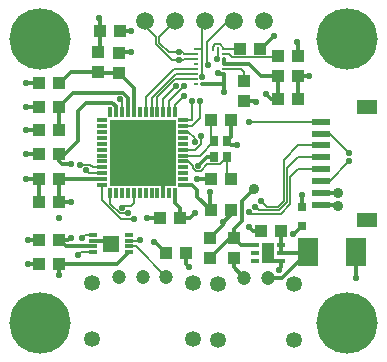
<source format=gbr>
G04 EAGLE Gerber RS-274X export*
G75*
%MOMM*%
%FSLAX34Y34*%
%LPD*%
%INTop Copper*%
%IPPOS*%
%AMOC8*
5,1,8,0,0,1.08239X$1,22.5*%
G01*
%ADD10R,1.100000X1.000000*%
%ADD11R,1.000000X1.100000*%
%ADD12R,0.350000X0.230000*%
%ADD13R,0.230000X0.350000*%
%ADD14R,0.812800X0.304800*%
%ADD15R,0.304800X0.812800*%
%ADD16R,5.689600X5.689600*%
%ADD17R,0.750000X0.850000*%
%ADD18R,1.000000X1.800000*%
%ADD19R,0.800000X0.400000*%
%ADD20R,1.360000X1.460000*%
%ADD21R,0.750000X0.300000*%
%ADD22C,1.200000*%
%ADD23C,1.350000*%
%ADD24R,1.550000X0.600000*%
%ADD25R,1.800000X1.200000*%
%ADD26R,1.800000X2.400000*%
%ADD27C,5.200000*%
%ADD28R,0.800000X0.800000*%
%ADD29C,0.300000*%
%ADD30C,0.553200*%
%ADD31C,0.900000*%
%ADD32C,0.152400*%
%ADD33C,1.500000*%


D10*
X248500Y256000D03*
X231500Y256000D03*
X46500Y152000D03*
X29500Y152000D03*
X148500Y119000D03*
X131500Y119000D03*
X46500Y132000D03*
X29500Y132000D03*
X46500Y233000D03*
X29500Y233000D03*
D11*
X97000Y241500D03*
X97000Y258500D03*
D10*
X80500Y277000D03*
X97500Y277000D03*
X231500Y219000D03*
X248500Y219000D03*
X231500Y239000D03*
X248500Y239000D03*
D11*
X203000Y217500D03*
X203000Y234500D03*
D10*
X216500Y262000D03*
X199500Y262000D03*
X46500Y193000D03*
X29500Y193000D03*
X46500Y213000D03*
X29500Y213000D03*
X46500Y173000D03*
X29500Y173000D03*
D11*
X79300Y258900D03*
X79300Y241900D03*
D12*
X186250Y262050D03*
D13*
X180450Y261750D03*
X176150Y261750D03*
X171850Y261750D03*
X167550Y261750D03*
D12*
X161750Y262050D03*
X161750Y257750D03*
X161750Y253450D03*
X161750Y249150D03*
X161750Y244850D03*
X161750Y240550D03*
X161750Y236250D03*
X161750Y231950D03*
D13*
X167550Y232250D03*
X171850Y232250D03*
X176150Y232250D03*
X180450Y232250D03*
D12*
X186250Y231950D03*
X186250Y236250D03*
X186250Y240550D03*
X186250Y244850D03*
X186250Y249150D03*
X186250Y253450D03*
X186250Y257750D03*
D14*
X151544Y146500D03*
X151544Y151500D03*
X151544Y156500D03*
X151544Y161500D03*
X151544Y166500D03*
X151544Y171500D03*
X151544Y176500D03*
X151544Y181500D03*
X151544Y186500D03*
X151544Y191500D03*
X151544Y196500D03*
X151544Y201500D03*
D15*
X144500Y208544D03*
X139500Y208544D03*
X134500Y208544D03*
X129500Y208544D03*
X124500Y208544D03*
X119500Y208544D03*
X114500Y208544D03*
X109500Y208544D03*
X104500Y208544D03*
X99500Y208544D03*
X94500Y208544D03*
X89500Y208544D03*
D14*
X82456Y201500D03*
X82456Y196500D03*
X82456Y191500D03*
X82456Y186500D03*
X82456Y181500D03*
X82456Y176500D03*
X82456Y171500D03*
X82456Y166500D03*
X82456Y161500D03*
X82456Y156500D03*
X82456Y151500D03*
X82456Y146500D03*
D15*
X89500Y139456D03*
X94500Y139456D03*
X99500Y139456D03*
X104500Y139456D03*
X109500Y139456D03*
X114500Y139456D03*
X119500Y139456D03*
X124500Y139456D03*
X129500Y139456D03*
X134500Y139456D03*
X139500Y139456D03*
X144500Y139456D03*
D16*
X117000Y174000D03*
D17*
X177750Y183750D03*
X177750Y170250D03*
X188250Y170250D03*
X188250Y183750D03*
D10*
X191500Y152000D03*
X174500Y152000D03*
X174500Y202000D03*
X191500Y202000D03*
X174500Y125000D03*
X191500Y125000D03*
D18*
X223000Y89000D03*
D19*
X234000Y95500D03*
X234000Y89000D03*
X234000Y82500D03*
X212000Y82500D03*
X212000Y89000D03*
X212000Y95500D03*
D10*
X234500Y108000D03*
X217500Y108000D03*
D11*
X174000Y84500D03*
X174000Y101500D03*
X194000Y101500D03*
X194000Y84500D03*
D20*
X90000Y97000D03*
D21*
X75000Y89500D03*
X75000Y94500D03*
X75000Y99500D03*
X75000Y104500D03*
X105000Y104500D03*
X105000Y99500D03*
X105000Y94500D03*
X105000Y89500D03*
D10*
X46500Y80000D03*
X29500Y80000D03*
X46500Y100000D03*
X29500Y100000D03*
D22*
X117000Y69000D03*
X137000Y69000D03*
X97000Y69000D03*
D23*
X159500Y64000D03*
X74500Y64000D03*
X74500Y16500D03*
X159500Y16500D03*
D24*
X268250Y130000D03*
X268250Y140000D03*
X268250Y150000D03*
X268250Y160000D03*
X268250Y170000D03*
X268250Y180000D03*
X268250Y190000D03*
X268250Y200000D03*
D25*
X307000Y117000D03*
X307000Y213000D03*
D22*
X203000Y68000D03*
X223000Y68000D03*
D23*
X245500Y63000D03*
X180500Y63000D03*
X180500Y15500D03*
X245500Y15500D03*
D26*
X256750Y90000D03*
X297250Y90000D03*
D27*
X30000Y30000D03*
X290000Y30000D03*
X290000Y270000D03*
X30000Y270000D03*
D11*
X136500Y89000D03*
X153500Y89000D03*
D28*
X252000Y112000D03*
X252000Y128000D03*
D29*
X186250Y236250D02*
X186250Y240550D01*
X186250Y236250D02*
X186250Y231950D01*
X185950Y232250D01*
X180450Y232250D01*
X176150Y232250D01*
X171850Y232250D01*
X167550Y232250D01*
X181450Y240550D02*
X186250Y240550D01*
X181450Y240550D02*
X181000Y241000D01*
D30*
X181000Y241000D03*
D29*
X248500Y256000D02*
X248500Y267500D01*
X248000Y268000D01*
D30*
X248000Y268000D03*
D29*
X248500Y239000D02*
X248500Y219000D01*
X248500Y239000D02*
X258000Y239000D01*
D30*
X258000Y239000D03*
D29*
X29500Y152000D02*
X29500Y132000D01*
X29500Y152000D02*
X18000Y152000D01*
D30*
X18000Y152000D03*
D29*
X18000Y173000D02*
X29500Y173000D01*
D30*
X18000Y173000D03*
D29*
X18000Y193000D02*
X29500Y193000D01*
D30*
X18000Y193000D03*
D29*
X18000Y213000D02*
X29500Y213000D01*
D30*
X18000Y213000D03*
D29*
X20000Y80000D02*
X29500Y80000D01*
D30*
X20000Y80000D03*
D29*
X75000Y99500D02*
X87500Y99500D01*
X90000Y97000D01*
D30*
X90000Y97000D03*
D29*
X29500Y100000D02*
X20000Y100000D01*
D30*
X20000Y100000D03*
D29*
X191500Y121500D02*
X191500Y125000D01*
X191500Y121500D02*
X185000Y115000D01*
D30*
X185000Y115000D03*
D29*
X185000Y112500D02*
X174000Y101500D01*
X185000Y112500D02*
X185000Y115000D01*
X194000Y84500D02*
X194000Y77000D01*
X203000Y68000D01*
X227500Y82500D02*
X234000Y82500D01*
X227500Y82500D02*
X227000Y82000D01*
X223000Y86000D01*
X223000Y89000D01*
X217500Y108000D02*
X210000Y108000D01*
X207000Y111000D01*
D30*
X207000Y111000D03*
D29*
X268250Y140000D02*
X282000Y140000D01*
D31*
X282000Y140000D03*
D29*
X297250Y90000D02*
X297250Y68750D01*
X298000Y68000D01*
D30*
X298000Y68000D03*
D29*
X234000Y77000D02*
X234000Y82500D01*
X234000Y77000D02*
X232000Y75000D01*
D30*
X232000Y75000D03*
X141000Y150000D03*
X141000Y174000D03*
X141000Y198000D03*
X117000Y198000D03*
X117000Y174000D03*
X117000Y150000D03*
X93000Y150000D03*
X93000Y174000D03*
X93000Y198000D03*
D29*
X186250Y225250D02*
X186250Y231950D01*
X186250Y225250D02*
X186000Y225000D01*
D30*
X186000Y225000D03*
D29*
X191500Y187000D02*
X188250Y183750D01*
X191500Y187000D02*
X191500Y202000D01*
X177750Y170250D02*
X171250Y170250D01*
X164000Y163000D01*
D30*
X164000Y163000D03*
D29*
X163000Y152000D02*
X174500Y152000D01*
D30*
X163000Y152000D03*
D29*
X134500Y151500D02*
X134500Y139456D01*
X134500Y151500D02*
X136000Y153000D01*
X131500Y119000D02*
X121000Y119000D01*
D30*
X121000Y119000D03*
D29*
X107000Y277000D02*
X97500Y277000D01*
D30*
X107000Y277000D03*
D29*
X97500Y259000D02*
X97000Y258500D01*
X97500Y259000D02*
X107000Y259000D01*
D30*
X107000Y259000D03*
D29*
X117000Y174000D02*
X117000Y172000D01*
X136000Y153000D01*
X29500Y233000D02*
X18000Y233000D01*
D30*
X18000Y233000D03*
D29*
X188250Y183750D02*
X192000Y180000D01*
X197000Y180000D01*
D30*
X197000Y180000D03*
D29*
X203000Y217500D02*
X212500Y217500D01*
X213000Y217000D01*
D30*
X213000Y217000D03*
D29*
X127500Y98000D02*
X136500Y89000D01*
X127500Y98000D02*
X127000Y98000D01*
D30*
X127000Y98000D03*
D29*
X80500Y260100D02*
X80500Y277000D01*
X80500Y260100D02*
X79300Y258900D01*
X186250Y253450D02*
X186250Y249150D01*
X231500Y239000D02*
X231500Y219000D01*
X163000Y136500D02*
X174500Y125000D01*
X163000Y136500D02*
X163000Y142000D01*
X158500Y146500D01*
X151544Y146500D01*
X82456Y151500D02*
X47000Y151500D01*
X46500Y152000D01*
X80500Y277000D02*
X80500Y287500D01*
X80000Y288000D01*
D30*
X80000Y288000D03*
D29*
X226000Y219000D02*
X231500Y219000D01*
X226000Y219000D02*
X221000Y224000D01*
D30*
X221000Y224000D03*
D29*
X46500Y151000D02*
X46500Y132000D01*
X46500Y151000D02*
X47000Y151500D01*
X46500Y166500D02*
X46500Y173000D01*
X46500Y166500D02*
X49000Y164000D01*
X56000Y164000D01*
D30*
X56000Y164000D03*
D29*
X56000Y132000D02*
X46500Y132000D01*
D30*
X56000Y132000D03*
D29*
X148500Y119000D02*
X157000Y119000D01*
X161000Y123000D01*
D30*
X161000Y123000D03*
D29*
X174000Y125500D02*
X174500Y125000D01*
X174000Y125500D02*
X174000Y141000D01*
D30*
X174000Y141000D03*
D29*
X194000Y109000D02*
X194000Y101500D01*
X194000Y109000D02*
X201000Y116000D01*
X200000Y95500D02*
X212000Y95500D01*
X200000Y95500D02*
X194000Y101500D01*
X191000Y101500D02*
X174000Y84500D01*
X191000Y101500D02*
X194000Y101500D01*
D31*
X282000Y129000D03*
D29*
X94500Y208544D02*
X94500Y213049D01*
X91171Y216378D01*
X68829Y216378D01*
X62000Y209549D01*
X62000Y183500D01*
X51500Y173000D01*
X46500Y173000D01*
X144500Y139456D02*
X144500Y131500D01*
X148500Y127500D02*
X148500Y119000D01*
X148500Y127500D02*
X144500Y131500D01*
X105000Y89500D02*
X95500Y80000D01*
X46500Y80000D01*
X217000Y239000D02*
X231500Y239000D01*
X206850Y249150D02*
X186250Y249150D01*
X206850Y249150D02*
X217000Y239000D01*
X217000Y262000D02*
X216500Y262000D01*
X217000Y262000D02*
X228000Y273000D01*
D30*
X228000Y273000D03*
D29*
X211000Y143000D02*
X201000Y133000D01*
D31*
X211000Y143000D03*
D29*
X201000Y133000D02*
X201000Y116000D01*
X268250Y130000D02*
X281000Y130000D01*
X282000Y129000D01*
X46500Y80000D02*
X46500Y70500D01*
X46000Y70000D01*
D30*
X46000Y70000D03*
X46000Y119000D03*
D29*
X252000Y128000D02*
X252000Y138000D01*
D30*
X252000Y138000D03*
D32*
X190250Y257750D02*
X186250Y257750D01*
X230468Y254968D02*
X231500Y256000D01*
X230468Y254968D02*
X193032Y254968D01*
X190250Y257750D01*
X186250Y244850D02*
X200150Y244850D01*
X203000Y242000D02*
X203000Y234500D01*
X203000Y242000D02*
X200150Y244850D01*
X186250Y262050D02*
X182768Y265532D01*
X178458Y265532D01*
X176150Y263224D01*
X176150Y261750D01*
X186250Y262050D02*
X199450Y262050D01*
X199500Y262000D01*
D29*
X46500Y213000D02*
X46500Y193000D01*
X104500Y208544D02*
X104500Y220329D01*
X100293Y224536D01*
X58036Y224536D01*
X46500Y213000D01*
X55900Y241900D02*
X79300Y241900D01*
X55900Y241900D02*
X47000Y233000D01*
X46500Y233000D01*
X79700Y241500D02*
X97000Y241500D01*
X79700Y241500D02*
X79300Y241900D01*
X109500Y228500D02*
X109500Y208544D01*
X109500Y228500D02*
X97000Y241000D01*
X97000Y241500D01*
D32*
X174500Y202000D02*
X174500Y187000D01*
X177750Y183750D01*
X165500Y171500D01*
X151544Y171500D01*
X188250Y155250D02*
X191500Y152000D01*
X188250Y155250D02*
X188250Y170250D01*
X165987Y158202D02*
X162013Y158202D01*
X159202Y161013D01*
X165987Y158202D02*
X171753Y163968D01*
X188250Y169876D02*
X188250Y170250D01*
X188250Y169876D02*
X182342Y163968D01*
X171753Y163968D01*
X159202Y162304D02*
X159202Y161013D01*
X159202Y162304D02*
X155006Y166500D01*
X151544Y166500D01*
D29*
X234500Y108000D02*
X234500Y96000D01*
X234000Y95500D01*
X234000Y89000D01*
X255750Y89000D02*
X256750Y90000D01*
X255750Y89000D02*
X234000Y89000D01*
X75000Y94500D02*
X52000Y94500D01*
X46500Y100000D01*
X54000Y100000D01*
X56000Y102000D01*
D30*
X56000Y102000D03*
D29*
X234750Y68000D02*
X256750Y90000D01*
X234750Y68000D02*
X223000Y68000D01*
D32*
X292000Y173401D02*
X275401Y190000D01*
D30*
X292000Y173401D03*
D32*
X275401Y190000D02*
X268250Y190000D01*
D30*
X166000Y188000D03*
D32*
X161286Y176500D02*
X151544Y176500D01*
X161286Y176500D02*
X165988Y181203D01*
X165988Y187988D02*
X166000Y188000D01*
X165988Y187988D02*
X165988Y181203D01*
X134500Y208544D02*
X134500Y219500D01*
X145000Y230000D01*
D30*
X145000Y230000D03*
X172000Y248000D03*
D32*
X171850Y248150D01*
X171850Y261750D01*
D33*
X194000Y285000D03*
D32*
X171850Y267850D02*
X171850Y261750D01*
X189000Y285000D02*
X194000Y285000D01*
X189000Y285000D02*
X171850Y267850D01*
X167550Y261750D02*
X162050Y261750D01*
X161750Y262050D01*
X139500Y217500D02*
X139500Y208544D01*
X139500Y217500D02*
X152000Y230000D01*
D30*
X152000Y230000D03*
X167536Y238036D03*
D32*
X167550Y255550D02*
X167550Y261750D01*
X167202Y238370D02*
X167536Y238036D01*
X167202Y238370D02*
X167202Y255202D01*
X167550Y255550D01*
D33*
X170000Y285000D03*
D32*
X167550Y282550D02*
X167550Y261750D01*
X167550Y282550D02*
X170000Y285000D01*
D30*
X165458Y218000D03*
D32*
X165458Y203248D01*
D30*
X148000Y258802D03*
D32*
X150996Y258802D01*
X152048Y257750D01*
X161750Y257750D01*
X158710Y196500D02*
X151544Y196500D01*
X158710Y196500D02*
X165458Y203248D01*
X148000Y258802D02*
X139198Y258802D01*
X131000Y267000D02*
X131000Y272000D01*
X131000Y267000D02*
X139198Y258802D01*
D33*
X144000Y285000D03*
D32*
X131000Y272000D01*
D30*
X158656Y218000D03*
X148000Y252000D03*
D32*
X150996Y252000D01*
X158656Y218000D02*
X158656Y201500D01*
X151544Y201500D01*
X150996Y252000D02*
X152446Y253450D01*
X161750Y253450D01*
X148000Y252000D02*
X142049Y252000D01*
X128206Y265843D02*
X128206Y272000D01*
X128206Y265843D02*
X142049Y252000D01*
D33*
X119000Y285000D03*
D32*
X119000Y281206D02*
X128206Y272000D01*
X119000Y281206D02*
X119000Y285000D01*
X144500Y214500D02*
X144500Y208544D01*
D30*
X152000Y222000D03*
D32*
X144500Y214500D01*
D30*
X180000Y253000D03*
D32*
X180450Y253450D01*
X180450Y261750D01*
D33*
X220000Y285000D03*
D32*
X161750Y244850D02*
X143188Y244850D01*
X119500Y221162D01*
X119500Y208544D01*
X144813Y240550D02*
X161750Y240550D01*
X144813Y240550D02*
X124500Y220237D01*
X124500Y208544D01*
X129500Y221285D02*
X144465Y236250D01*
X161750Y236250D01*
X129500Y221285D02*
X129500Y208544D01*
X75000Y104500D02*
X68500Y104500D01*
X66000Y102000D01*
D30*
X66000Y102000D03*
X69000Y159000D03*
D32*
X71500Y156500D02*
X82456Y156500D01*
X71500Y156500D02*
X69000Y159000D01*
X64500Y89500D02*
X75000Y89500D01*
X64500Y89500D02*
X62000Y87000D01*
D30*
X62000Y87000D03*
X64190Y163810D03*
D32*
X74511Y161500D02*
X82456Y161500D01*
X74511Y161500D02*
X72202Y163810D01*
X64190Y163810D01*
X115000Y100000D02*
X114500Y99500D01*
D30*
X115000Y100000D03*
D32*
X114500Y99500D02*
X105000Y99500D01*
X105000Y94500D02*
X111500Y94500D01*
X137000Y69000D01*
X248452Y180000D02*
X268250Y180000D01*
X248452Y180000D02*
X236412Y167960D01*
X236412Y133000D01*
X231412Y128000D01*
X222000Y128000D02*
X217000Y133000D01*
D30*
X217000Y133000D03*
X99714Y127285D03*
D32*
X101381Y128952D01*
X107049Y128952D01*
X109500Y131403D02*
X109500Y139456D01*
X109500Y131403D02*
X107049Y128952D01*
X222000Y128000D02*
X231412Y128000D01*
X248452Y160000D02*
X268250Y160000D01*
X248452Y160000D02*
X242000Y153548D01*
X242000Y130685D02*
X233727Y122412D01*
X208349Y122412D02*
X207381Y123381D01*
D30*
X207381Y123381D03*
X109334Y117666D03*
D32*
X82456Y133807D02*
X82456Y146500D01*
X82456Y133807D02*
X98597Y117666D01*
X109334Y117666D01*
X242000Y130685D02*
X242000Y153548D01*
X233727Y122412D02*
X208349Y122412D01*
X248452Y170000D02*
X268250Y170000D01*
X248452Y170000D02*
X239206Y160754D01*
X239206Y131843D02*
X232569Y125206D01*
X215175Y125206D02*
X212190Y128190D01*
D30*
X212190Y128190D03*
X104524Y122476D03*
D32*
X89500Y130714D02*
X89500Y139456D01*
X89500Y130714D02*
X97739Y122476D01*
X104524Y122476D01*
X239206Y131843D02*
X239206Y160754D01*
X232569Y125206D02*
X215175Y125206D01*
X207000Y200000D02*
X268250Y200000D01*
D30*
X207000Y200000D03*
X98000Y219000D03*
D32*
X99500Y217500D01*
X99500Y208544D01*
X275401Y150000D02*
X292000Y166599D01*
D30*
X292000Y166599D03*
D32*
X275401Y150000D02*
X268250Y150000D01*
D30*
X161190Y183190D03*
D32*
X155715Y191500D02*
X151544Y191500D01*
X161190Y186024D02*
X161190Y183190D01*
X161190Y186024D02*
X155715Y191500D01*
D29*
X245000Y105000D02*
X252000Y112000D01*
X245000Y105000D02*
X244000Y105000D01*
D30*
X244000Y105000D03*
X156000Y77000D03*
D29*
X153500Y79500D01*
X153500Y89000D01*
M02*

</source>
